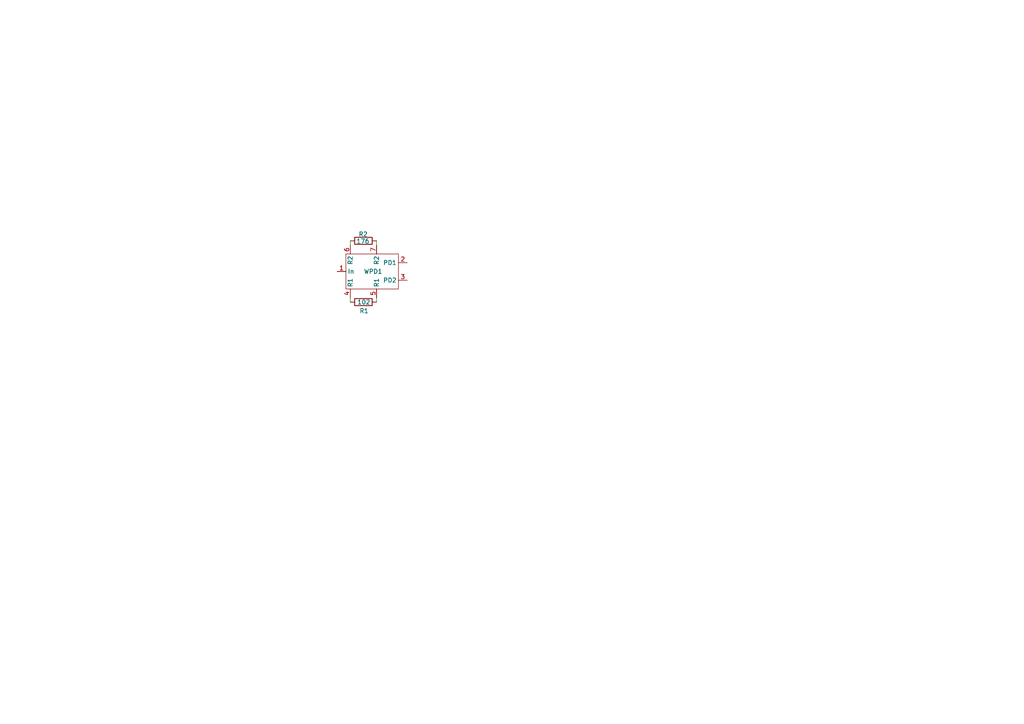
<source format=kicad_sch>
(kicad_sch (version 20250114) (generator "eeschema") (generator_version "9.0")
  (paper "A4")
  (lib_symbols
    (symbol "Device:R" (pin_numbers (hide yes)) (pin_names (offset 0))
      (property "Reference" "R" (at 2.032 0 90))
      (property "Value" "R" (at 0 0 90))
      (symbol "R_0_1"
        (rectangle (start -1.016 -2.54) (end 1.016 2.54) (stroke (width 0.254)))
      )
      (symbol "R_1_1"
        (pin passive line (at 0 3.81 270) (length 1.27) (name "~") (number "1"))
        (pin passive line (at 0 -3.81 90) (length 1.27) (name "~") (number "2"))
      )
    )
    (symbol "PDG:WPD_2Ring"
      (property "Reference" "WPD" (at 0 0 0))
      (symbol "WPD_2Ring_0_1"
        (rectangle (start -7.62 5.08) (end 7.62 -5.08))
      )
      (symbol "WPD_2Ring_1_1"
        (pin input line (at -10.16 0 0) (length 2.54) (name "In") (number "1"))
        (pin passive line (at -6.35 7.62 270) (length 2.54) (name "R2") (number "6"))
        (pin passive line (at -6.35 -7.62 90) (length 2.54) (name "R1") (number "4"))
        (pin passive line (at 1.27 7.62 270) (length 2.54) (name "R2") (number "7"))
        (pin passive line (at 1.27 -7.62 90) (length 2.54) (name "R1") (number "5"))
        (pin output line (at 10.16 2.54 180) (length 2.54) (name "PD1") (number "2"))
        (pin output line (at 10.16 -2.54 180) (length 2.54) (name "PD2") (number "3"))
      )
    )
  )
  (wire (pts (xy 101.6 69.85) (xy 101.6 71.12)))
  (wire (pts (xy 101.6 87.63) (xy 101.6 86.36)))
  (wire (pts (xy 109.22 69.85) (xy 109.22 71.12)))
  (wire (pts (xy 109.22 87.63) (xy 109.22 86.36)))
  (symbol (lib_id "Device:R") (at 105.41 69.85 90) (unit 1)
    (property "Reference" "R2" (at 106.68 67.945 90) (effects (justify left)))
    (property "Value" "176" (at 107.188 69.977 90) (effects (justify left)))
    (property "Footprint" "Resistor_SMD:R_0402_1005Metric" (effects (hide yes)))
    (property "Description" "Resistor" (effects (hide yes)))
  )
  (symbol (lib_id "PDG:WPD_2Ring") (at 107.95 78.74 0) (unit 1)
    (property "Reference" "WPD1" (at 108.204 78.74 0))
    (property "Footprint" "PDG Footprints:WPD_2Ring_3500" (effects (hide yes)))
    (property "Description" "Wilkinson Power Divider, 2 Ring" (effects (hide yes)))
  )
  (symbol (lib_id "Device:R") (at 105.41 87.63 90) (unit 1)
    (property "Reference" "R1" (at 106.934 90.17 90) (effects (justify left)))
    (property "Value" "102" (at 107.442 87.63 90) (effects (justify left)))
    (property "Footprint" "Resistor_SMD:R_0402_1005Metric" (effects (hide yes)))
    (property "Description" "Resistor" (effects (hide yes)))
  )
)
</source>
